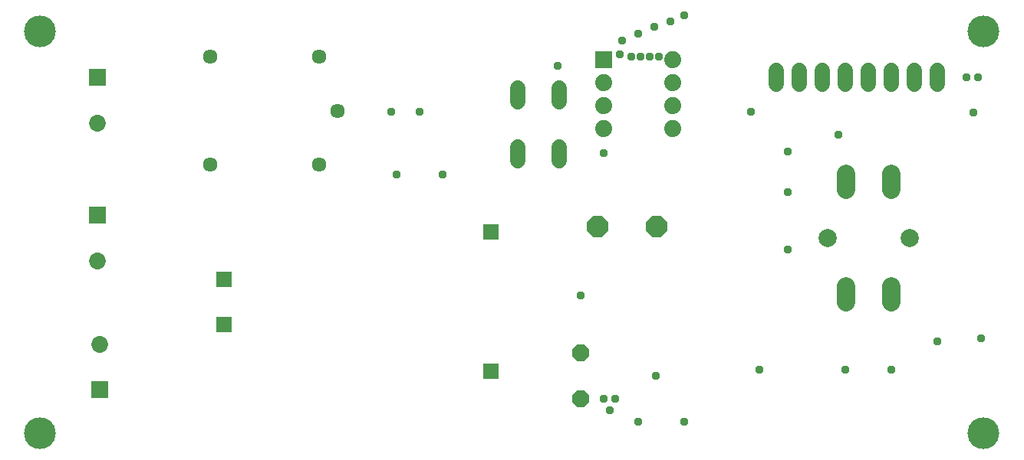
<source format=gbr>
G04 EAGLE Gerber RS-274X export*
G75*
%MOMM*%
%FSLAX34Y34*%
%LPD*%
%INSoldermask Bottom*%
%IPPOS*%
%AMOC8*
5,1,8,0,0,1.08239X$1,22.5*%
G01*
%ADD10C,3.503194*%
%ADD11P,1.951982X8X112.500000*%
%ADD12C,1.727200*%
%ADD13C,1.993900*%
%ADD14C,2.006600*%
%ADD15P,2.556822X8X22.500000*%
%ADD16C,1.611200*%
%ADD17R,1.879600X1.879600*%
%ADD18C,1.879600*%
%ADD19R,1.711200X1.711200*%
%ADD20R,1.853200X1.853200*%
%ADD21C,1.853200*%
%ADD22C,0.959600*%


D10*
X38100Y482600D03*
X1079500Y482600D03*
X1079500Y38100D03*
X38100Y38100D03*
D11*
X635000Y76200D03*
X635000Y127000D03*
D12*
X850900Y424180D02*
X850900Y439420D01*
X876300Y439420D02*
X876300Y424180D01*
X901700Y424180D02*
X901700Y439420D01*
X927100Y439420D02*
X927100Y424180D01*
X952500Y424180D02*
X952500Y439420D01*
X977900Y439420D02*
X977900Y424180D01*
X1003300Y424180D02*
X1003300Y439420D01*
X1028700Y439420D02*
X1028700Y424180D01*
D13*
X977392Y200470D02*
X977392Y182563D01*
X977392Y307531D02*
X977392Y325438D01*
X927608Y200470D02*
X927608Y182563D01*
X927608Y307531D02*
X927608Y325438D01*
D14*
X997458Y254000D03*
X907542Y254000D03*
D12*
X565404Y339598D02*
X565404Y354838D01*
X610616Y354838D02*
X610616Y339598D01*
X565404Y404622D02*
X565404Y419862D01*
X610616Y419862D02*
X610616Y404622D01*
D15*
X653288Y266700D03*
X718312Y266700D03*
D16*
X226000Y454900D03*
X346000Y334900D03*
X366000Y394900D03*
X226000Y334900D03*
X346000Y454900D03*
D17*
X660400Y450850D03*
D18*
X660400Y425450D03*
X660400Y400050D03*
X660400Y374650D03*
X736600Y374650D03*
X736600Y400050D03*
X736600Y425450D03*
X736600Y450850D03*
D19*
X241201Y158499D03*
X241201Y208501D03*
X535198Y260497D03*
X535198Y106502D03*
D20*
X103947Y86032D03*
D21*
X103947Y136032D03*
D20*
X101600Y431400D03*
D21*
X101600Y381400D03*
D20*
X101600Y279000D03*
D21*
X101600Y229000D03*
D22*
X927100Y107950D03*
X977900Y107950D03*
X831850Y107950D03*
X717550Y101600D03*
X635000Y190500D03*
X863600Y349250D03*
X863600Y304800D03*
X863600Y241300D03*
X457200Y393700D03*
X425450Y393700D03*
X660400Y347980D03*
X1060450Y431800D03*
X1028700Y139700D03*
X698500Y50800D03*
X749300Y50800D03*
X666750Y63500D03*
X660400Y76200D03*
X673100Y76200D03*
X1073150Y431800D03*
X431800Y323850D03*
X482600Y323850D03*
X1076325Y142875D03*
X1068070Y392430D03*
X701040Y454660D03*
X716280Y487680D03*
X711200Y454660D03*
X734060Y494002D03*
X822960Y393700D03*
X721360Y454660D03*
X749300Y500324D03*
X919480Y368300D03*
X690880Y454660D03*
X698500Y480060D03*
X609600Y444500D03*
X678180Y457200D03*
X680720Y472440D03*
M02*

</source>
